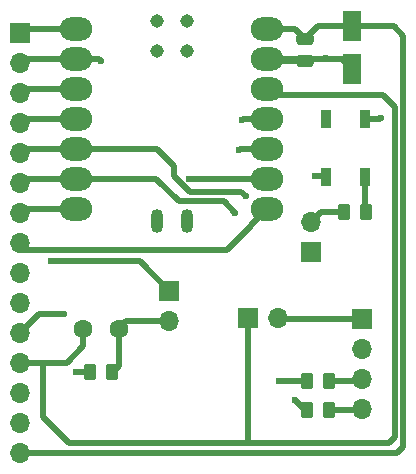
<source format=gbr>
%TF.GenerationSoftware,KiCad,Pcbnew,8.0.6*%
%TF.CreationDate,2024-10-18T13:19:48-03:00*%
%TF.ProjectId,ESP32C6-dev-board,45535033-3243-4362-9d64-65762d626f61,rev?*%
%TF.SameCoordinates,Original*%
%TF.FileFunction,Copper,L1,Top*%
%TF.FilePolarity,Positive*%
%FSLAX46Y46*%
G04 Gerber Fmt 4.6, Leading zero omitted, Abs format (unit mm)*
G04 Created by KiCad (PCBNEW 8.0.6) date 2024-10-18 13:19:48*
%MOMM*%
%LPD*%
G01*
G04 APERTURE LIST*
G04 Aperture macros list*
%AMRoundRect*
0 Rectangle with rounded corners*
0 $1 Rounding radius*
0 $2 $3 $4 $5 $6 $7 $8 $9 X,Y pos of 4 corners*
0 Add a 4 corners polygon primitive as box body*
4,1,4,$2,$3,$4,$5,$6,$7,$8,$9,$2,$3,0*
0 Add four circle primitives for the rounded corners*
1,1,$1+$1,$2,$3*
1,1,$1+$1,$4,$5*
1,1,$1+$1,$6,$7*
1,1,$1+$1,$8,$9*
0 Add four rect primitives between the rounded corners*
20,1,$1+$1,$2,$3,$4,$5,0*
20,1,$1+$1,$4,$5,$6,$7,0*
20,1,$1+$1,$6,$7,$8,$9,0*
20,1,$1+$1,$8,$9,$2,$3,0*%
G04 Aperture macros list end*
%TA.AperFunction,ComponentPad*%
%ADD10R,1.700000X1.700000*%
%TD*%
%TA.AperFunction,ComponentPad*%
%ADD11O,1.700000X1.700000*%
%TD*%
%TA.AperFunction,SMDPad,CuDef*%
%ADD12RoundRect,0.250000X-0.475000X0.250000X-0.475000X-0.250000X0.475000X-0.250000X0.475000X0.250000X0*%
%TD*%
%TA.AperFunction,SMDPad,CuDef*%
%ADD13RoundRect,0.250000X-0.262500X-0.450000X0.262500X-0.450000X0.262500X0.450000X-0.262500X0.450000X0*%
%TD*%
%TA.AperFunction,SMDPad,CuDef*%
%ADD14RoundRect,0.250000X-0.550000X1.050000X-0.550000X-1.050000X0.550000X-1.050000X0.550000X1.050000X0*%
%TD*%
%TA.AperFunction,ComponentPad*%
%ADD15C,1.600000*%
%TD*%
%TA.AperFunction,SMDPad,CuDef*%
%ADD16O,2.748280X1.998980*%
%TD*%
%TA.AperFunction,SMDPad,CuDef*%
%ADD17O,1.016000X2.032000*%
%TD*%
%TA.AperFunction,SMDPad,CuDef*%
%ADD18C,1.143000*%
%TD*%
%TA.AperFunction,SMDPad,CuDef*%
%ADD19RoundRect,0.250000X0.262500X0.450000X-0.262500X0.450000X-0.262500X-0.450000X0.262500X-0.450000X0*%
%TD*%
%TA.AperFunction,SMDPad,CuDef*%
%ADD20R,0.900000X1.500000*%
%TD*%
%TA.AperFunction,ViaPad*%
%ADD21C,0.600000*%
%TD*%
%TA.AperFunction,Conductor*%
%ADD22C,0.500000*%
%TD*%
G04 APERTURE END LIST*
D10*
%TO.P,J2,1,Pin_1*%
%TO.N,D0-A0*%
X136600000Y-102725000D03*
D11*
%TO.P,J2,2,Pin_2*%
%TO.N,Net-(J2-Pin_2)*%
X136600000Y-105265000D03*
%TD*%
D12*
%TO.P,C3,1*%
%TO.N,VIN*%
X148100000Y-81350000D03*
%TO.P,C3,2*%
%TO.N,GND*%
X148100000Y-83250000D03*
%TD*%
D10*
%TO.P,J3,1,Pin_1*%
%TO.N,Net-(J3-Pin_1)*%
X152900000Y-105120000D03*
D11*
%TO.P,J3,2,Pin_2*%
%TO.N,GND*%
X152900000Y-107660000D03*
%TO.P,J3,3,Pin_3*%
%TO.N,Net-(J3-Pin_3)*%
X152900000Y-110200000D03*
%TO.P,J3,4,Pin_4*%
%TO.N,Net-(J3-Pin_4)*%
X152900000Y-112740000D03*
%TD*%
D13*
%TO.P,R5,1*%
%TO.N,D4-SDA*%
X148287500Y-112800000D03*
%TO.P,R5,2*%
%TO.N,Net-(J3-Pin_4)*%
X150112500Y-112800000D03*
%TD*%
D14*
%TO.P,C1,1*%
%TO.N,VIN*%
X152100000Y-80300000D03*
%TO.P,C1,2*%
%TO.N,GND*%
X152100000Y-83900000D03*
%TD*%
D15*
%TO.P,R2,1*%
%TO.N,3V3*%
X129300000Y-105900000D03*
%TO.P,R2,2*%
%TO.N,Net-(J2-Pin_2)*%
X132300000Y-105900000D03*
%TD*%
D16*
%TO.P,U1,1,PA02_A0_D0*%
%TO.N,D0-A0*%
X128718710Y-80500490D03*
%TO.P,U1,2,PA4_A1_D1*%
%TO.N,D1-A1*%
X128718710Y-83040490D03*
%TO.P,U1,3,PA10_A2_D2*%
%TO.N,D2-A2*%
X128718710Y-85580490D03*
%TO.P,U1,4,PA11_A3_D3*%
%TO.N,D3*%
X128718710Y-88120490D03*
%TO.P,U1,5,PA8_A4_D4_SDA*%
%TO.N,D4-SDA*%
X128718710Y-90660490D03*
%TO.P,U1,6,PA9_A5_D5_SCL*%
%TO.N,D5-SCL*%
X128718710Y-93200490D03*
%TO.P,U1,7,PB08_A6_D6_TX*%
%TO.N,D6-TX*%
X128718710Y-95740490D03*
%TO.P,U1,8,PB09_A7_D7_RX*%
%TO.N,D7-RX*%
X144883270Y-95740490D03*
%TO.P,U1,9,PA7_A8_D8_SCK*%
%TO.N,D8-SCK*%
X144883270Y-93200490D03*
%TO.P,U1,10,PA5_A9_D9_MISO*%
%TO.N,D9-MISO*%
X144883270Y-90660490D03*
%TO.P,U1,11,PA6_A10_D10_MOSI*%
%TO.N,D10-MOSI*%
X144883270Y-88120490D03*
%TO.P,U1,12,3V3*%
%TO.N,3V3*%
X144883270Y-85580490D03*
%TO.P,U1,13,GND*%
%TO.N,GND*%
X144883270Y-83040490D03*
%TO.P,U1,14,5V*%
%TO.N,VIN*%
X144883270Y-80500490D03*
D17*
%TO.P,U1,15,5V*%
%TO.N,unconnected-(U1-5V-Pad15)*%
X135585590Y-96818310D03*
%TO.P,U1,16,GND*%
%TO.N,unconnected-(U1-GND-Pad16)*%
X138135590Y-96818310D03*
D18*
%TO.P,U1,17,PA31_SWDIO*%
%TO.N,unconnected-(U1-PA31_SWDIO-Pad17)*%
X135584393Y-79814123D03*
%TO.P,U1,18,PA30_SWCLK*%
%TO.N,unconnected-(U1-PA30_SWCLK-Pad18)*%
X138124393Y-79814123D03*
%TO.P,U1,19,RESET*%
%TO.N,unconnected-(U1-RESET-Pad19)*%
X135584393Y-82354123D03*
%TO.P,U1,20,GND*%
%TO.N,unconnected-(U1-GND-Pad20)*%
X138124393Y-82354123D03*
%TD*%
D10*
%TO.P,J5,1,Pin_1*%
%TO.N,3V3*%
X143225000Y-105000000D03*
D11*
%TO.P,J5,2,Pin_2*%
%TO.N,Net-(J3-Pin_1)*%
X145765000Y-105000000D03*
%TD*%
D10*
%TO.P,J4,1,Pin_1*%
%TO.N,D1-A1*%
X148600000Y-99375000D03*
D11*
%TO.P,J4,2,Pin_2*%
%TO.N,Net-(J4-Pin_2)*%
X148600000Y-96835000D03*
%TD*%
D13*
%TO.P,R1,1*%
%TO.N,GND*%
X129887500Y-109600000D03*
%TO.P,R1,2*%
%TO.N,Net-(J2-Pin_2)*%
X131712500Y-109600000D03*
%TD*%
D10*
%TO.P,J1,1,Pin_1*%
%TO.N,D0-A0*%
X123952000Y-80840000D03*
D11*
%TO.P,J1,2,Pin_2*%
%TO.N,D1-A1*%
X123952000Y-83380000D03*
%TO.P,J1,3,Pin_3*%
%TO.N,D2-A2*%
X123952000Y-85920000D03*
%TO.P,J1,4,Pin_4*%
%TO.N,D3*%
X123952000Y-88460000D03*
%TO.P,J1,5,Pin_5*%
%TO.N,D4-SDA*%
X123952000Y-91000000D03*
%TO.P,J1,6,Pin_6*%
%TO.N,D5-SCL*%
X123952000Y-93540000D03*
%TO.P,J1,7,Pin_7*%
%TO.N,D6-TX*%
X123952000Y-96080000D03*
%TO.P,J1,8,Pin_8*%
%TO.N,D7-RX*%
X123952000Y-98620000D03*
%TO.P,J1,9,Pin_9*%
%TO.N,D8-SCK*%
X123952000Y-101160000D03*
%TO.P,J1,10,Pin_10*%
%TO.N,D9-MISO*%
X123952000Y-103700000D03*
%TO.P,J1,11,Pin_11*%
%TO.N,D10-MOSI*%
X123952000Y-106240000D03*
%TO.P,J1,12,Pin_12*%
%TO.N,3V3*%
X123952000Y-108780000D03*
%TO.P,J1,13,Pin_13*%
%TO.N,GND*%
X123952000Y-111320000D03*
%TO.P,J1,14,Pin_14*%
%TO.N,unconnected-(J1-Pin_14-Pad14)*%
X123952000Y-113860000D03*
%TO.P,J1,15,Pin_15*%
%TO.N,VIN*%
X123952000Y-116400000D03*
%TD*%
D13*
%TO.P,R4,1*%
%TO.N,D5-SCL*%
X148287500Y-110300000D03*
%TO.P,R4,2*%
%TO.N,Net-(J3-Pin_3)*%
X150112500Y-110300000D03*
%TD*%
D19*
%TO.P,R3,1*%
%TO.N,Net-(D2-DIN)*%
X153212500Y-96000000D03*
%TO.P,R3,2*%
%TO.N,Net-(J4-Pin_2)*%
X151387500Y-96000000D03*
%TD*%
D20*
%TO.P,D2,1,VDD*%
%TO.N,VIN*%
X153150000Y-88150000D03*
%TO.P,D2,2,DOUT*%
%TO.N,unconnected-(D2-DOUT-Pad2)*%
X149850000Y-88150000D03*
%TO.P,D2,3,VSS*%
%TO.N,GND*%
X149850000Y-93050000D03*
%TO.P,D2,4,DIN*%
%TO.N,Net-(D2-DIN)*%
X153150000Y-93050000D03*
%TD*%
D21*
%TO.N,GND*%
X128700000Y-109600000D03*
%TO.N,D8-SCK*%
X138299510Y-93200490D03*
%TO.N,D5-SCL*%
X142200000Y-96100000D03*
X145900000Y-110300000D03*
%TO.N,VIN*%
X156400000Y-85500000D03*
X154500000Y-88100000D03*
%TO.N,D4-SDA*%
X143100000Y-94700000D03*
X147200000Y-111900000D03*
%TO.N,D1-A1*%
X130800000Y-83200000D03*
%TO.N,D0-A0*%
X126600000Y-100200000D03*
%TO.N,D9-MISO*%
X142500000Y-90750000D03*
%TO.N,D10-MOSI*%
X127700000Y-104700000D03*
X142750000Y-88250000D03*
%TO.N,GND*%
X146800000Y-83100000D03*
X149900000Y-83000000D03*
X148900000Y-93000000D03*
%TD*%
D22*
%TO.N,GND*%
X129887500Y-109600000D02*
X128700000Y-109600000D01*
%TO.N,Net-(J2-Pin_2)*%
X132300000Y-109100000D02*
X132300000Y-105900000D01*
X131800000Y-109600000D02*
X132300000Y-109100000D01*
X131712500Y-109600000D02*
X131800000Y-109600000D01*
%TO.N,D3*%
X123839510Y-88120490D02*
X123500000Y-88460000D01*
X128718710Y-88120490D02*
X123839510Y-88120490D01*
%TO.N,D2-A2*%
X128718710Y-85580490D02*
X123839510Y-85580490D01*
X123839510Y-85580490D02*
X123500000Y-85920000D01*
%TO.N,3V3*%
X144883270Y-85580490D02*
X144963760Y-85500000D01*
X129300000Y-107400000D02*
X127920000Y-108780000D01*
X127920000Y-108780000D02*
X125900000Y-108780000D01*
X143225000Y-115575000D02*
X143200000Y-115600000D01*
X128100000Y-115600000D02*
X125900000Y-113400000D01*
X143200000Y-115600000D02*
X128100000Y-115600000D01*
X143225000Y-105000000D02*
X143225000Y-115575000D01*
X155700000Y-87100000D02*
X155700000Y-115100000D01*
X154700000Y-86100000D02*
X155700000Y-87100000D01*
X155200000Y-115600000D02*
X143200000Y-115600000D01*
X129300000Y-105900000D02*
X129300000Y-107400000D01*
X145402780Y-86100000D02*
X154700000Y-86100000D01*
X125900000Y-108780000D02*
X123952000Y-108780000D01*
X125900000Y-113400000D02*
X125900000Y-108780000D01*
X155700000Y-115100000D02*
X155200000Y-115600000D01*
X144883270Y-85580490D02*
X145402780Y-86100000D01*
%TO.N,D8-SCK*%
X138299510Y-93200490D02*
X144883270Y-93200490D01*
%TO.N,D5-SCL*%
X135500490Y-93200490D02*
X128718710Y-93200490D01*
X145900000Y-110300000D02*
X148287500Y-110300000D01*
X123839510Y-93200490D02*
X123500000Y-93540000D01*
X142200000Y-96100000D02*
X141200000Y-95100000D01*
X137400000Y-95100000D02*
X135500490Y-93200490D01*
X141200000Y-95100000D02*
X137400000Y-95100000D01*
X128718710Y-93200490D02*
X123839510Y-93200490D01*
%TO.N,VIN*%
X153150000Y-88150000D02*
X154450000Y-88150000D01*
X144883760Y-80500000D02*
X144883270Y-80500490D01*
X147250490Y-80500490D02*
X148100000Y-81350000D01*
X152100000Y-80300000D02*
X149150000Y-80300000D01*
X154450000Y-88150000D02*
X154500000Y-88100000D01*
X156400000Y-115900000D02*
X156400000Y-85500000D01*
X149150000Y-80300000D02*
X148100000Y-81350000D01*
X155900000Y-116400000D02*
X156400000Y-115900000D01*
X144883270Y-80500490D02*
X147250490Y-80500490D01*
X156400000Y-81100000D02*
X155600000Y-80300000D01*
X155600000Y-80300000D02*
X152100000Y-80300000D01*
X156400000Y-85500000D02*
X156400000Y-81100000D01*
X123952000Y-116400000D02*
X155900000Y-116400000D01*
%TO.N,D4-SDA*%
X142700000Y-94300000D02*
X143100000Y-94700000D01*
X137000000Y-92961641D02*
X138338359Y-94300000D01*
X123839510Y-90660490D02*
X123500000Y-91000000D01*
X135560490Y-90660490D02*
X137000000Y-92100000D01*
X148287500Y-112800000D02*
X148100000Y-112800000D01*
X128718710Y-90660490D02*
X135560490Y-90660490D01*
X142400000Y-94300000D02*
X142700000Y-94300000D01*
X128718710Y-90660490D02*
X129089510Y-90660490D01*
X148100000Y-112800000D02*
X147200000Y-111900000D01*
X137000000Y-92100000D02*
X137000000Y-92961641D01*
X128718710Y-90660490D02*
X123839510Y-90660490D01*
X138338359Y-94300000D02*
X142400000Y-94300000D01*
%TO.N,D1-A1*%
X128718710Y-83040490D02*
X123839510Y-83040490D01*
X130640490Y-83040490D02*
X130800000Y-83200000D01*
X128718710Y-83040490D02*
X130640490Y-83040490D01*
X123839510Y-83040490D02*
X123500000Y-83380000D01*
%TO.N,D0-A0*%
X134075000Y-100200000D02*
X130200000Y-100200000D01*
X128990220Y-80772000D02*
X128718710Y-80500490D01*
X128718710Y-80500490D02*
X123839510Y-80500490D01*
X123839510Y-80500490D02*
X123500000Y-80840000D01*
X136600000Y-102725000D02*
X134075000Y-100200000D01*
X130200000Y-100200000D02*
X126600000Y-100200000D01*
%TO.N,D6-TX*%
X123839510Y-95740490D02*
X123500000Y-96080000D01*
X128718710Y-95740490D02*
X123839510Y-95740490D01*
%TO.N,D9-MISO*%
X144883270Y-90660490D02*
X142589510Y-90660490D01*
X142589510Y-90660490D02*
X142500000Y-90750000D01*
%TO.N,D10-MOSI*%
X125542000Y-104650000D02*
X127650000Y-104650000D01*
X144883270Y-88120490D02*
X142879510Y-88120490D01*
X142879510Y-88120490D02*
X142750000Y-88250000D01*
X123952000Y-106240000D02*
X125542000Y-104650000D01*
X127650000Y-104650000D02*
X127700000Y-104700000D01*
%TO.N,GND*%
X149859510Y-83040490D02*
X146859510Y-83040490D01*
X146740490Y-83040490D02*
X144883270Y-83040490D01*
X145092780Y-83250000D02*
X144883270Y-83040490D01*
X146859510Y-83040490D02*
X146800000Y-83100000D01*
X146800000Y-83100000D02*
X146740490Y-83040490D01*
X149850000Y-93050000D02*
X149800000Y-93000000D01*
X151240490Y-83040490D02*
X149940490Y-83040490D01*
X149900000Y-83000000D02*
X149859510Y-83040490D01*
X149940490Y-83040490D02*
X149900000Y-83000000D01*
X152100000Y-83900000D02*
X151240490Y-83040490D01*
X149800000Y-93000000D02*
X148900000Y-93000000D01*
X148100000Y-83250000D02*
X145092780Y-83250000D01*
%TO.N,D7-RX*%
X143500000Y-97123760D02*
X143500000Y-97250000D01*
X143500000Y-97250000D02*
X141500000Y-99250000D01*
X124130000Y-99250000D02*
X123500000Y-98620000D01*
X144883270Y-95740490D02*
X143500000Y-97123760D01*
X141500000Y-99250000D02*
X124130000Y-99250000D01*
%TO.N,Net-(J2-Pin_2)*%
X132935000Y-105265000D02*
X132300000Y-105900000D01*
X136600000Y-105265000D02*
X132935000Y-105265000D01*
%TO.N,Net-(J3-Pin_3)*%
X150112500Y-110300000D02*
X152800000Y-110300000D01*
X152800000Y-110300000D02*
X152900000Y-110200000D01*
%TO.N,Net-(J4-Pin_2)*%
X151387500Y-96000000D02*
X149435000Y-96000000D01*
X149435000Y-96000000D02*
X148600000Y-96835000D01*
%TO.N,Net-(D2-DIN)*%
X153150000Y-95937500D02*
X153212500Y-96000000D01*
X153150000Y-93050000D02*
X153150000Y-95937500D01*
%TO.N,Net-(J3-Pin_4)*%
X152840000Y-112800000D02*
X152900000Y-112740000D01*
X150112500Y-112800000D02*
X152840000Y-112800000D01*
%TO.N,Net-(J3-Pin_1)*%
X152900000Y-105120000D02*
X145885000Y-105120000D01*
X145885000Y-105120000D02*
X145765000Y-105000000D01*
%TD*%
M02*

</source>
